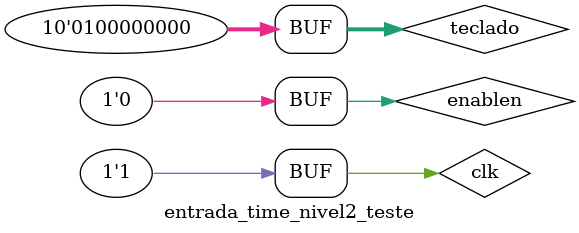
<source format=v>
`timescale 1ns/1ps

module entrada_time_nivel2_teste();

reg [9:0] teclado;
reg enablen;
reg clk;
wire [3:0] D;
wire loadn;
wire pgt_1Hz;

nivel2 dut(
    .teclado(teclado),
    .enablen(enablen),
    .clk(clk),
    .D(D),
    .loadn(loadn),
    .pgt_1Hz(pgt_1Hz)
);

initial begin
    $dumpfile("entrada_time_nivel2_teste.vcd");
    $dumpvars(0, entrada_time_nivel2_teste);

    //D deve ser 1111 nesse teste
        #1 teclado = 10'b1000000000;
        clk = 1;
        enablen = 0;
        repeat(201)
            #1 clk = ~clk;
        
    //D deve ser 0110 nesse teste
        #1 teclado = 10'b0100000000;
        clk = 1;
        repeat(201)
            #1 clk = ~clk;
  	//D nao deve mudar nesse teste
  		#1 teclado = 10'b100000000;
        clk = 1;
        enablen = 1;
        repeat(201)
            #1 clk = ~clk;
  	//Agora D deve mudar
  		enablen = 0;
        repeat(201)
            #1 clk = ~clk;
  		
end
endmodule
</source>
